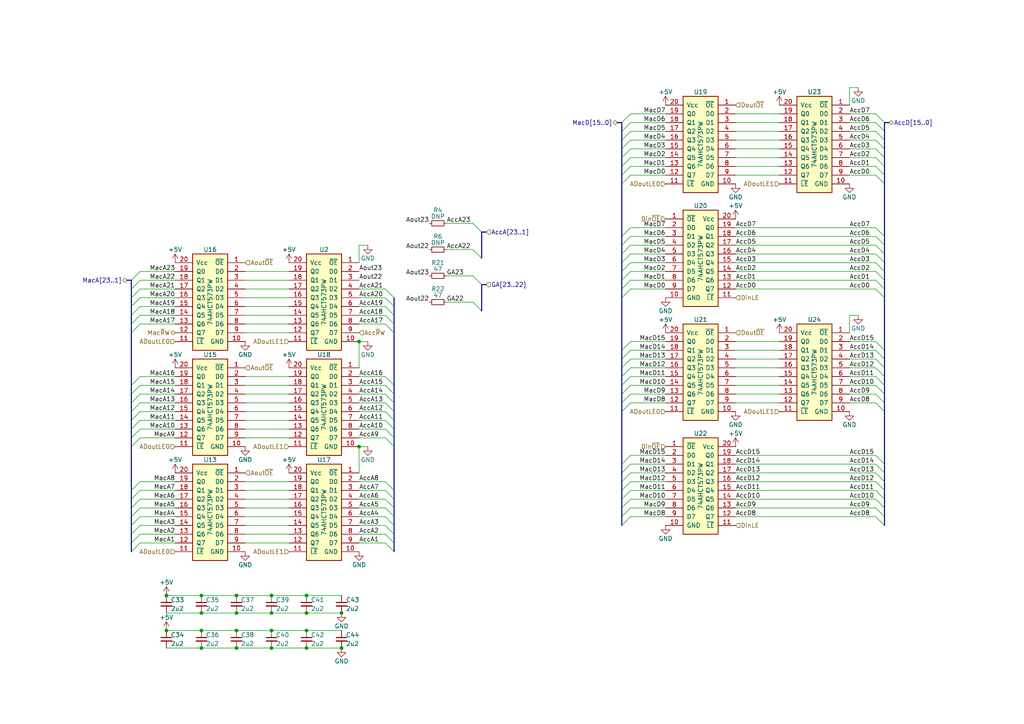
<source format=kicad_sch>
(kicad_sch (version 20230121) (generator eeschema)
  (paper "A4")
  (title_block (title "WarpSE (GW4410A)") (date "2024-04-23") (rev "1.0") (company "Garrett's Workshop"))
  (lib_symbols
    (symbol "Device:C_Small" (pin_numbers hide) (pin_names (offset 0.254) hide)
      (property "Reference" "C" (at 0.254 1.778 0))
      (property "Value" "C_Small" (at 0.254 -2.032 0))
      (symbol "C_Small_0_1"
        (polyline (pts (xy -1.524 -0.508) (xy 1.524 -0.508)) (stroke (width 0.3302)))
        (polyline (pts (xy -1.524 0.508) (xy 1.524 0.508)) (stroke (width 0.3048)))
      )
      (symbol "C_Small_1_1"
        (pin passive line (at 0 2.54 270) (length 2.032) (name "~") (number "1"))
        (pin passive line (at 0 -2.54 90) (length 2.032) (name "~") (number "2"))
      )
    )
    (symbol "Device:R_Small" (pin_numbers hide) (pin_names (offset 0.254) hide)
      (property "Reference" "R" (at 0.762 0.508 0))
      (property "Value" "R_Small" (at 0.762 -1.016 0))
      (symbol "R_Small_0_1"
        (rectangle (start -0.762 1.778) (end 0.762 -1.778) (stroke (width 0.2032)))
      )
      (symbol "R_Small_1_1"
        (pin passive line (at 0 2.54 270) (length 0.762) (name "~") (number "1"))
        (pin passive line (at 0 -2.54 90) (length 0.762) (name "~") (number "2"))
      )
    )
    (symbol "GW_Logic:74573" (pin_names (offset 1.016))
      (property "Reference" "U" (at 0 15.24 0))
      (property "Value" "74573" (at 0 -15.24 0))
      (symbol "74573_0_1"
        (rectangle (start -5.08 13.97) (end 5.08 -13.97) (stroke (width 0.254)) (fill (type background)))
      )
      (symbol "74573_1_1"
        (pin input line (at -10.16 11.43 0) (length 5.08) (name "~{OE}") (number "1"))
        (pin power_in line (at -10.16 -11.43 0) (length 5.08) (name "GND") (number "10"))
        (pin input line (at 10.16 -11.43 180) (length 5.08) (name "~{LE}") (number "11"))
        (pin tri_state line (at 10.16 -8.89 180) (length 5.08) (name "Q7") (number "12"))
        (pin tri_state line (at 10.16 -6.35 180) (length 5.08) (name "Q6") (number "13"))
        (pin tri_state line (at 10.16 -3.81 180) (length 5.08) (name "Q5") (number "14"))
        (pin tri_state line (at 10.16 -1.27 180) (length 5.08) (name "Q4") (number "15"))
        (pin tri_state line (at 10.16 1.27 180) (length 5.08) (name "Q3") (number "16"))
        (pin tri_state line (at 10.16 3.81 180) (length 5.08) (name "Q2") (number "17"))
        (pin tri_state line (at 10.16 6.35 180) (length 5.08) (name "Q1") (number "18"))
        (pin tri_state line (at 10.16 8.89 180) (length 5.08) (name "Q0") (number "19"))
        (pin input line (at -10.16 8.89 0) (length 5.08) (name "D0") (number "2"))
        (pin power_in line (at 10.16 11.43 180) (length 5.08) (name "Vcc") (number "20"))
        (pin input line (at -10.16 6.35 0) (length 5.08) (name "D1") (number "3"))
        (pin input line (at -10.16 3.81 0) (length 5.08) (name "D2") (number "4"))
        (pin input line (at -10.16 1.27 0) (length 5.08) (name "D3") (number "5"))
        (pin input line (at -10.16 -1.27 0) (length 5.08) (name "D4") (number "6"))
        (pin input line (at -10.16 -3.81 0) (length 5.08) (name "D5") (number "7"))
        (pin input line (at -10.16 -6.35 0) (length 5.08) (name "D6") (number "8"))
        (pin input line (at -10.16 -8.89 0) (length 5.08) (name "D7") (number "9"))
      )
    )
    (symbol "power:+5V" (power) (pin_names (offset 0))
      (property "Value" "+5V" (at 0 3.556 0))
      (symbol "+5V_0_1"
        (polyline (pts (xy -0.762 1.27) (xy 0 2.54)))
        (polyline (pts (xy 0 0) (xy 0 2.54)))
        (polyline (pts (xy 0 2.54) (xy 0.762 1.27)))
      )
      (symbol "+5V_1_1"
        (pin power_in line (at 0 0 90) (length 0) hide (name "+5V") (number "1"))
      )
    )
    (symbol "power:GND" (power) (pin_names (offset 0))
      (property "Value" "GND" (at 0 -3.81 0))
      (symbol "GND_0_1"
        (polyline (pts (xy 0 0) (xy 0 -1.27) (xy 1.27 -1.27) (xy 0 -2.54) (xy -1.27 -1.27) (xy 0 -1.27)))
      )
      (symbol "GND_1_1"
        (pin power_in line (at 0 0 270) (length 0) hide (name "GND") (number "1"))
      )
    )
  )
  (junction (at 58.42 182.88))
  (junction (at 78.74 187.96))
  (junction (at 78.74 182.88))
  (junction (at 104.14 129.54))
  (junction (at 78.74 177.8))
  (junction (at 68.58 172.72))
  (junction (at 68.58 187.96))
  (junction (at 99.06 177.8))
  (junction (at 88.9 182.88))
  (junction (at 104.14 99.06))
  (junction (at 48.26 182.88))
  (junction (at 88.9 187.96))
  (junction (at 58.42 177.8))
  (junction (at 99.06 187.96))
  (junction (at 68.58 182.88))
  (junction (at 68.58 177.8))
  (junction (at 58.42 187.96))
  (junction (at 88.9 172.72))
  (junction (at 58.42 172.72))
  (junction (at 48.26 172.72))
  (junction (at 78.74 172.72))
  (junction (at 88.9 177.8))
  (bus_entry (at 254 104.14) (size 2.54 2.54))
  (bus_entry (at 111.76 144.78) (size 2.54 2.54))
  (bus_entry (at 111.76 109.22) (size 2.54 2.54))
  (bus_entry (at 182.88 114.3) (size -2.54 2.54))
  (bus_entry (at 111.76 152.4) (size 2.54 2.54))
  (bus_entry (at 254 99.06) (size 2.54 2.54))
  (bus_entry (at 137.16 64.77) (size 2.54 2.54))
  (bus_entry (at 182.88 50.8) (size -2.54 2.54))
  (bus_entry (at 40.64 121.92) (size -2.54 2.54))
  (bus_entry (at 40.64 86.36) (size -2.54 2.54))
  (bus_entry (at 182.88 66.04) (size -2.54 2.54))
  (bus_entry (at 40.64 88.9) (size -2.54 2.54))
  (bus_entry (at 111.76 88.9) (size 2.54 2.54))
  (bus_entry (at 182.88 137.16) (size -2.54 2.54))
  (bus_entry (at 254 116.84) (size 2.54 2.54))
  (bus_entry (at 182.88 68.58) (size -2.54 2.54))
  (bus_entry (at 182.88 101.6) (size -2.54 2.54))
  (bus_entry (at 111.76 116.84) (size 2.54 2.54))
  (bus_entry (at 40.64 119.38) (size -2.54 2.54))
  (bus_entry (at 254 48.26) (size 2.54 2.54))
  (bus_entry (at 111.76 83.82) (size 2.54 2.54))
  (bus_entry (at 254 45.72) (size 2.54 2.54))
  (bus_entry (at 40.64 142.24) (size -2.54 2.54))
  (bus_entry (at 40.64 124.46) (size -2.54 2.54))
  (bus_entry (at 254 114.3) (size 2.54 2.54))
  (bus_entry (at 40.64 127) (size -2.54 2.54))
  (bus_entry (at 40.64 152.4) (size -2.54 2.54))
  (bus_entry (at 254 50.8) (size 2.54 2.54))
  (bus_entry (at 111.76 142.24) (size 2.54 2.54))
  (bus_entry (at 254 43.18) (size 2.54 2.54))
  (bus_entry (at 40.64 81.28) (size -2.54 2.54))
  (bus_entry (at 182.88 144.78) (size -2.54 2.54))
  (bus_entry (at 254 83.82) (size 2.54 2.54))
  (bus_entry (at 182.88 109.22) (size -2.54 2.54))
  (bus_entry (at 111.76 111.76) (size 2.54 2.54))
  (bus_entry (at 182.88 78.74) (size -2.54 2.54))
  (bus_entry (at 137.16 72.39) (size 2.54 2.54))
  (bus_entry (at 182.88 134.62) (size -2.54 2.54))
  (bus_entry (at 254 73.66) (size 2.54 2.54))
  (bus_entry (at 182.88 83.82) (size -2.54 2.54))
  (bus_entry (at 182.88 43.18) (size -2.54 2.54))
  (bus_entry (at 254 40.64) (size 2.54 2.54))
  (bus_entry (at 111.76 147.32) (size 2.54 2.54))
  (bus_entry (at 254 149.86) (size 2.54 2.54))
  (bus_entry (at 40.64 139.7) (size -2.54 2.54))
  (bus_entry (at 182.88 40.64) (size -2.54 2.54))
  (bus_entry (at 254 68.58) (size 2.54 2.54))
  (bus_entry (at 254 33.02) (size 2.54 2.54))
  (bus_entry (at 111.76 91.44) (size 2.54 2.54))
  (bus_entry (at 182.88 111.76) (size -2.54 2.54))
  (bus_entry (at 182.88 106.68) (size -2.54 2.54))
  (bus_entry (at 182.88 71.12) (size -2.54 2.54))
  (bus_entry (at 254 106.68) (size 2.54 2.54))
  (bus_entry (at 182.88 139.7) (size -2.54 2.54))
  (bus_entry (at 40.64 78.74) (size -2.54 2.54))
  (bus_entry (at 254 142.24) (size 2.54 2.54))
  (bus_entry (at 254 139.7) (size 2.54 2.54))
  (bus_entry (at 254 71.12) (size 2.54 2.54))
  (bus_entry (at 40.64 93.98) (size -2.54 2.54))
  (bus_entry (at 254 78.74) (size 2.54 2.54))
  (bus_entry (at 111.76 127) (size 2.54 2.54))
  (bus_entry (at 111.76 119.38) (size 2.54 2.54))
  (bus_entry (at 182.88 147.32) (size -2.54 2.54))
  (bus_entry (at 111.76 121.92) (size 2.54 2.54))
  (bus_entry (at 254 147.32) (size 2.54 2.54))
  (bus_entry (at 111.76 139.7) (size 2.54 2.54))
  (bus_entry (at 111.76 114.3) (size 2.54 2.54))
  (bus_entry (at 254 66.04) (size 2.54 2.54))
  (bus_entry (at 182.88 116.84) (size -2.54 2.54))
  (bus_entry (at 182.88 48.26) (size -2.54 2.54))
  (bus_entry (at 40.64 109.22) (size -2.54 2.54))
  (bus_entry (at 182.88 33.02) (size -2.54 2.54))
  (bus_entry (at 40.64 114.3) (size -2.54 2.54))
  (bus_entry (at 111.76 149.86) (size 2.54 2.54))
  (bus_entry (at 111.76 154.94) (size 2.54 2.54))
  (bus_entry (at 40.64 111.76) (size -2.54 2.54))
  (bus_entry (at 254 132.08) (size 2.54 2.54))
  (bus_entry (at 40.64 149.86) (size -2.54 2.54))
  (bus_entry (at 182.88 76.2) (size -2.54 2.54))
  (bus_entry (at 182.88 132.08) (size -2.54 2.54))
  (bus_entry (at 137.16 87.63) (size 2.54 2.54))
  (bus_entry (at 254 144.78) (size 2.54 2.54))
  (bus_entry (at 40.64 154.94) (size -2.54 2.54))
  (bus_entry (at 254 35.56) (size 2.54 2.54))
  (bus_entry (at 40.64 157.48) (size -2.54 2.54))
  (bus_entry (at 182.88 104.14) (size -2.54 2.54))
  (bus_entry (at 182.88 45.72) (size -2.54 2.54))
  (bus_entry (at 40.64 83.82) (size -2.54 2.54))
  (bus_entry (at 254 38.1) (size 2.54 2.54))
  (bus_entry (at 111.76 124.46) (size 2.54 2.54))
  (bus_entry (at 137.16 80.01) (size 2.54 2.54))
  (bus_entry (at 254 111.76) (size 2.54 2.54))
  (bus_entry (at 40.64 144.78) (size -2.54 2.54))
  (bus_entry (at 254 109.22) (size 2.54 2.54))
  (bus_entry (at 182.88 149.86) (size -2.54 2.54))
  (bus_entry (at 111.76 86.36) (size 2.54 2.54))
  (bus_entry (at 182.88 99.06) (size -2.54 2.54))
  (bus_entry (at 182.88 38.1) (size -2.54 2.54))
  (bus_entry (at 111.76 157.48) (size 2.54 2.54))
  (bus_entry (at 254 76.2) (size 2.54 2.54))
  (bus_entry (at 254 137.16) (size 2.54 2.54))
  (bus_entry (at 182.88 73.66) (size -2.54 2.54))
  (bus_entry (at 254 101.6) (size 2.54 2.54))
  (bus_entry (at 40.64 116.84) (size -2.54 2.54))
  (bus_entry (at 40.64 147.32) (size -2.54 2.54))
  (bus_entry (at 254 81.28) (size 2.54 2.54))
  (bus_entry (at 40.64 91.44) (size -2.54 2.54))
  (bus_entry (at 111.76 93.98) (size 2.54 2.54))
  (bus_entry (at 182.88 81.28) (size -2.54 2.54))
  (bus_entry (at 182.88 35.56) (size -2.54 2.54))
  (bus_entry (at 254 134.62) (size 2.54 2.54))
  (bus_entry (at 182.88 142.24) (size -2.54 2.54))
  (wire (pts (xy 246.38 38.1) (xy 254 38.1)))
  (wire (pts (xy 48.26 177.8) (xy 58.42 177.8)))
  (bus (pts (xy 256.54 109.22) (xy 256.54 111.76)))
  (wire (pts (xy 71.12 147.32) (xy 83.82 147.32)))
  (wire (pts (xy 182.88 71.12) (xy 193.04 71.12)))
  (wire (pts (xy 50.8 109.22) (xy 40.64 109.22)))
  (wire (pts (xy 71.12 83.82) (xy 83.82 83.82)))
  (wire (pts (xy 50.8 144.78) (xy 40.64 144.78)))
  (wire (pts (xy 88.9 182.88) (xy 99.06 182.88)))
  (wire (pts (xy 213.36 139.7) (xy 254 139.7)))
  (wire (pts (xy 50.8 78.74) (xy 40.64 78.74)))
  (bus (pts (xy 257.81 35.56) (xy 256.54 35.56)))
  (wire (pts (xy 50.8 83.82) (xy 40.64 83.82)))
  (wire (pts (xy 50.8 127) (xy 40.64 127)))
  (bus (pts (xy 256.54 50.8) (xy 256.54 53.34)))
  (bus (pts (xy 114.3 152.4) (xy 114.3 154.94)))
  (wire (pts (xy 104.14 129.54) (xy 106.68 129.54)))
  (wire (pts (xy 213.36 114.3) (xy 226.06 114.3)))
  (wire (pts (xy 213.36 104.14) (xy 226.06 104.14)))
  (wire (pts (xy 246.38 91.44) (xy 248.92 91.44)))
  (bus (pts (xy 38.1 152.4) (xy 38.1 154.94)))
  (bus (pts (xy 180.34 116.84) (xy 180.34 119.38)))
  (bus (pts (xy 180.34 43.18) (xy 180.34 45.72)))
  (wire (pts (xy 182.88 83.82) (xy 193.04 83.82)))
  (wire (pts (xy 50.8 149.86) (xy 40.64 149.86)))
  (wire (pts (xy 71.12 139.7) (xy 83.82 139.7)))
  (bus (pts (xy 256.54 86.36) (xy 256.54 101.6)))
  (wire (pts (xy 48.26 182.88) (xy 58.42 182.88)))
  (bus (pts (xy 139.7 90.17) (xy 139.7 82.55)))
  (bus (pts (xy 180.34 35.56) (xy 180.34 38.1)))
  (wire (pts (xy 71.12 109.22) (xy 83.82 109.22)))
  (bus (pts (xy 256.54 83.82) (xy 256.54 86.36)))
  (bus (pts (xy 256.54 53.34) (xy 256.54 68.58)))
  (wire (pts (xy 213.36 144.78) (xy 254 144.78)))
  (bus (pts (xy 180.34 38.1) (xy 180.34 40.64)))
  (wire (pts (xy 213.36 68.58) (xy 254 68.58)))
  (wire (pts (xy 182.88 38.1) (xy 193.04 38.1)))
  (wire (pts (xy 104.14 91.44) (xy 111.76 91.44)))
  (bus (pts (xy 38.1 119.38) (xy 38.1 121.92)))
  (wire (pts (xy 50.8 111.76) (xy 40.64 111.76)))
  (wire (pts (xy 71.12 121.92) (xy 83.82 121.92)))
  (wire (pts (xy 182.88 144.78) (xy 193.04 144.78)))
  (wire (pts (xy 50.8 91.44) (xy 40.64 91.44)))
  (wire (pts (xy 213.36 45.72) (xy 226.06 45.72)))
  (wire (pts (xy 71.12 119.38) (xy 83.82 119.38)))
  (wire (pts (xy 58.42 187.96) (xy 68.58 187.96)))
  (bus (pts (xy 38.1 83.82) (xy 38.1 86.36)))
  (bus (pts (xy 256.54 144.78) (xy 256.54 147.32)))
  (wire (pts (xy 246.38 111.76) (xy 254 111.76)))
  (bus (pts (xy 38.1 149.86) (xy 38.1 152.4)))
  (bus (pts (xy 114.3 149.86) (xy 114.3 152.4)))
  (bus (pts (xy 114.3 88.9) (xy 114.3 91.44)))
  (wire (pts (xy 48.26 172.72) (xy 58.42 172.72)))
  (wire (pts (xy 213.36 76.2) (xy 254 76.2)))
  (wire (pts (xy 71.12 152.4) (xy 83.82 152.4)))
  (wire (pts (xy 213.36 106.68) (xy 226.06 106.68)))
  (wire (pts (xy 50.8 86.36) (xy 40.64 86.36)))
  (bus (pts (xy 180.34 104.14) (xy 180.34 106.68)))
  (wire (pts (xy 104.14 147.32) (xy 111.76 147.32)))
  (wire (pts (xy 246.38 48.26) (xy 254 48.26)))
  (bus (pts (xy 179.07 35.56) (xy 180.34 35.56)))
  (bus (pts (xy 256.54 68.58) (xy 256.54 71.12)))
  (wire (pts (xy 78.74 172.72) (xy 88.9 172.72)))
  (bus (pts (xy 180.34 48.26) (xy 180.34 50.8)))
  (wire (pts (xy 129.54 80.01) (xy 137.16 80.01)))
  (wire (pts (xy 182.88 76.2) (xy 193.04 76.2)))
  (bus (pts (xy 256.54 137.16) (xy 256.54 139.7)))
  (wire (pts (xy 213.36 99.06) (xy 226.06 99.06)))
  (bus (pts (xy 114.3 96.52) (xy 114.3 111.76)))
  (wire (pts (xy 246.38 45.72) (xy 254 45.72)))
  (wire (pts (xy 104.14 152.4) (xy 111.76 152.4)))
  (bus (pts (xy 180.34 40.64) (xy 180.34 43.18)))
  (wire (pts (xy 182.88 50.8) (xy 193.04 50.8)))
  (wire (pts (xy 182.88 134.62) (xy 193.04 134.62)))
  (wire (pts (xy 129.54 72.39) (xy 137.16 72.39)))
  (wire (pts (xy 213.36 66.04) (xy 254 66.04)))
  (bus (pts (xy 180.34 144.78) (xy 180.34 147.32)))
  (wire (pts (xy 104.14 83.82) (xy 111.76 83.82)))
  (wire (pts (xy 71.12 78.74) (xy 83.82 78.74)))
  (bus (pts (xy 38.1 142.24) (xy 38.1 144.78)))
  (bus (pts (xy 180.34 76.2) (xy 180.34 78.74)))
  (wire (pts (xy 71.12 144.78) (xy 83.82 144.78)))
  (wire (pts (xy 50.8 139.7) (xy 40.64 139.7)))
  (wire (pts (xy 50.8 93.98) (xy 40.64 93.98)))
  (wire (pts (xy 213.36 43.18) (xy 226.06 43.18)))
  (bus (pts (xy 38.1 147.32) (xy 38.1 149.86)))
  (wire (pts (xy 213.36 38.1) (xy 226.06 38.1)))
  (wire (pts (xy 182.88 111.76) (xy 193.04 111.76)))
  (wire (pts (xy 213.36 81.28) (xy 254 81.28)))
  (bus (pts (xy 256.54 45.72) (xy 256.54 48.26)))
  (wire (pts (xy 71.12 93.98) (xy 83.82 93.98)))
  (wire (pts (xy 182.88 137.16) (xy 193.04 137.16)))
  (wire (pts (xy 50.8 114.3) (xy 40.64 114.3)))
  (bus (pts (xy 114.3 127) (xy 114.3 129.54)))
  (wire (pts (xy 104.14 93.98) (xy 111.76 93.98)))
  (bus (pts (xy 256.54 76.2) (xy 256.54 78.74)))
  (wire (pts (xy 213.36 48.26) (xy 226.06 48.26)))
  (bus (pts (xy 256.54 134.62) (xy 256.54 137.16)))
  (wire (pts (xy 104.14 86.36) (xy 111.76 86.36)))
  (bus (pts (xy 139.7 67.31) (xy 140.97 67.31)))
  (wire (pts (xy 104.14 116.84) (xy 111.76 116.84)))
  (bus (pts (xy 114.3 114.3) (xy 114.3 116.84)))
  (wire (pts (xy 213.36 78.74) (xy 254 78.74)))
  (wire (pts (xy 58.42 172.72) (xy 68.58 172.72)))
  (bus (pts (xy 114.3 142.24) (xy 114.3 144.78)))
  (wire (pts (xy 246.38 25.4) (xy 248.92 25.4)))
  (bus (pts (xy 180.34 114.3) (xy 180.34 116.84)))
  (wire (pts (xy 182.88 43.18) (xy 193.04 43.18)))
  (wire (pts (xy 246.38 99.06) (xy 254 99.06)))
  (bus (pts (xy 38.1 157.48) (xy 38.1 160.02)))
  (wire (pts (xy 104.14 157.48) (xy 111.76 157.48)))
  (wire (pts (xy 129.54 87.63) (xy 137.16 87.63)))
  (bus (pts (xy 114.3 121.92) (xy 114.3 124.46)))
  (bus (pts (xy 180.34 137.16) (xy 180.34 139.7)))
  (bus (pts (xy 139.7 74.93) (xy 139.7 67.31)))
  (bus (pts (xy 38.1 144.78) (xy 38.1 147.32)))
  (bus (pts (xy 38.1 154.94) (xy 38.1 157.48)))
  (wire (pts (xy 50.8 88.9) (xy 40.64 88.9)))
  (wire (pts (xy 104.14 129.54) (xy 104.14 137.16)))
  (wire (pts (xy 213.36 109.22) (xy 226.06 109.22)))
  (wire (pts (xy 246.38 109.22) (xy 254 109.22)))
  (bus (pts (xy 256.54 78.74) (xy 256.54 81.28)))
  (bus (pts (xy 180.34 139.7) (xy 180.34 142.24)))
  (bus (pts (xy 38.1 93.98) (xy 38.1 96.52)))
  (wire (pts (xy 58.42 182.88) (xy 68.58 182.88)))
  (bus (pts (xy 38.1 111.76) (xy 38.1 114.3)))
  (bus (pts (xy 180.34 106.68) (xy 180.34 109.22)))
  (wire (pts (xy 104.14 139.7) (xy 111.76 139.7)))
  (wire (pts (xy 88.9 177.8) (xy 99.06 177.8)))
  (bus (pts (xy 180.34 68.58) (xy 180.34 71.12)))
  (wire (pts (xy 213.36 142.24) (xy 254 142.24)))
  (wire (pts (xy 50.8 157.48) (xy 40.64 157.48)))
  (bus (pts (xy 256.54 119.38) (xy 256.54 134.62)))
  (bus (pts (xy 38.1 96.52) (xy 38.1 111.76)))
  (bus (pts (xy 114.3 147.32) (xy 114.3 149.86)))
  (wire (pts (xy 68.58 187.96) (xy 78.74 187.96)))
  (bus (pts (xy 256.54 139.7) (xy 256.54 142.24)))
  (bus (pts (xy 139.7 82.55) (xy 140.97 82.55)))
  (wire (pts (xy 71.12 142.24) (xy 83.82 142.24)))
  (wire (pts (xy 246.38 106.68) (xy 254 106.68)))
  (wire (pts (xy 104.14 119.38) (xy 111.76 119.38)))
  (bus (pts (xy 38.1 124.46) (xy 38.1 127)))
  (wire (pts (xy 71.12 114.3) (xy 83.82 114.3)))
  (wire (pts (xy 182.88 106.68) (xy 193.04 106.68)))
  (wire (pts (xy 246.38 33.02) (xy 254 33.02)))
  (wire (pts (xy 71.12 91.44) (xy 83.82 91.44)))
  (wire (pts (xy 50.8 142.24) (xy 40.64 142.24)))
  (bus (pts (xy 38.1 116.84) (xy 38.1 119.38)))
  (bus (pts (xy 256.54 35.56) (xy 256.54 38.1)))
  (bus (pts (xy 256.54 71.12) (xy 256.54 73.66)))
  (wire (pts (xy 50.8 121.92) (xy 40.64 121.92)))
  (bus (pts (xy 38.1 86.36) (xy 38.1 88.9)))
  (bus (pts (xy 114.3 86.36) (xy 114.3 88.9)))
  (bus (pts (xy 180.34 111.76) (xy 180.34 114.3)))
  (wire (pts (xy 182.88 142.24) (xy 193.04 142.24)))
  (wire (pts (xy 104.14 121.92) (xy 111.76 121.92)))
  (wire (pts (xy 104.14 149.86) (xy 111.76 149.86)))
  (wire (pts (xy 71.12 111.76) (xy 83.82 111.76)))
  (bus (pts (xy 256.54 106.68) (xy 256.54 109.22)))
  (wire (pts (xy 182.88 33.02) (xy 193.04 33.02)))
  (bus (pts (xy 114.3 119.38) (xy 114.3 121.92)))
  (bus (pts (xy 38.1 114.3) (xy 38.1 116.84)))
  (wire (pts (xy 213.36 50.8) (xy 226.06 50.8)))
  (bus (pts (xy 180.34 81.28) (xy 180.34 83.82)))
  (bus (pts (xy 256.54 73.66) (xy 256.54 76.2)))
  (wire (pts (xy 106.68 71.12) (xy 104.14 71.12)))
  (wire (pts (xy 182.88 114.3) (xy 193.04 114.3)))
  (wire (pts (xy 182.88 139.7) (xy 193.04 139.7)))
  (wire (pts (xy 71.12 81.28) (xy 83.82 81.28)))
  (wire (pts (xy 78.74 187.96) (xy 88.9 187.96)))
  (wire (pts (xy 213.36 33.02) (xy 226.06 33.02)))
  (wire (pts (xy 71.12 157.48) (xy 83.82 157.48)))
  (bus (pts (xy 180.34 119.38) (xy 180.34 134.62)))
  (bus (pts (xy 180.34 109.22) (xy 180.34 111.76)))
  (wire (pts (xy 182.88 48.26) (xy 193.04 48.26)))
  (bus (pts (xy 36.83 81.28) (xy 38.1 81.28)))
  (bus (pts (xy 256.54 114.3) (xy 256.54 116.84)))
  (wire (pts (xy 50.8 147.32) (xy 40.64 147.32)))
  (wire (pts (xy 71.12 86.36) (xy 83.82 86.36)))
  (wire (pts (xy 213.36 147.32) (xy 254 147.32)))
  (wire (pts (xy 213.36 116.84) (xy 226.06 116.84)))
  (wire (pts (xy 104.14 76.2) (xy 104.14 71.12)))
  (wire (pts (xy 50.8 116.84) (xy 40.64 116.84)))
  (bus (pts (xy 114.3 116.84) (xy 114.3 119.38)))
  (wire (pts (xy 182.88 68.58) (xy 193.04 68.58)))
  (wire (pts (xy 78.74 182.88) (xy 88.9 182.88)))
  (wire (pts (xy 213.36 132.08) (xy 254 132.08)))
  (wire (pts (xy 104.14 124.46) (xy 111.76 124.46)))
  (bus (pts (xy 180.34 142.24) (xy 180.34 144.78)))
  (wire (pts (xy 104.14 144.78) (xy 111.76 144.78)))
  (wire (pts (xy 104.14 142.24) (xy 111.76 142.24)))
  (wire (pts (xy 104.14 154.94) (xy 111.76 154.94)))
  (wire (pts (xy 246.38 50.8) (xy 254 50.8)))
  (bus (pts (xy 114.3 144.78) (xy 114.3 147.32)))
  (wire (pts (xy 213.36 137.16) (xy 254 137.16)))
  (bus (pts (xy 38.1 129.54) (xy 38.1 142.24)))
  (bus (pts (xy 114.3 111.76) (xy 114.3 114.3)))
  (wire (pts (xy 88.9 187.96) (xy 99.06 187.96)))
  (wire (pts (xy 104.14 106.68) (xy 104.14 99.06)))
  (wire (pts (xy 246.38 40.64) (xy 254 40.64)))
  (wire (pts (xy 182.88 109.22) (xy 193.04 109.22)))
  (wire (pts (xy 78.74 177.8) (xy 88.9 177.8)))
  (wire (pts (xy 213.36 35.56) (xy 226.06 35.56)))
  (wire (pts (xy 104.14 88.9) (xy 111.76 88.9)))
  (bus (pts (xy 180.34 149.86) (xy 180.34 152.4)))
  (wire (pts (xy 246.38 35.56) (xy 254 35.56)))
  (wire (pts (xy 50.8 119.38) (xy 40.64 119.38)))
  (wire (pts (xy 129.54 64.77) (xy 137.16 64.77)))
  (wire (pts (xy 182.88 99.06) (xy 193.04 99.06)))
  (wire (pts (xy 106.68 99.06) (xy 104.14 99.06)))
  (wire (pts (xy 71.12 149.86) (xy 83.82 149.86)))
  (bus (pts (xy 180.34 134.62) (xy 180.34 137.16)))
  (wire (pts (xy 71.12 96.52) (xy 83.82 96.52)))
  (wire (pts (xy 71.12 88.9) (xy 83.82 88.9)))
  (bus (pts (xy 38.1 81.28) (xy 38.1 83.82)))
  (wire (pts (xy 182.88 81.28) (xy 193.04 81.28)))
  (wire (pts (xy 246.38 116.84) (xy 254 116.84)))
  (bus (pts (xy 38.1 121.92) (xy 38.1 124.46)))
  (bus (pts (xy 180.34 73.66) (xy 180.34 76.2)))
  (bus (pts (xy 256.54 38.1) (xy 256.54 40.64)))
  (bus (pts (xy 256.54 111.76) (xy 256.54 114.3)))
  (bus (pts (xy 180.34 86.36) (xy 180.34 101.6)))
  (bus (pts (xy 180.34 53.34) (xy 180.34 68.58)))
  (wire (pts (xy 213.36 134.62) (xy 254 134.62)))
  (wire (pts (xy 182.88 35.56) (xy 193.04 35.56)))
  (bus (pts (xy 38.1 127) (xy 38.1 129.54)))
  (wire (pts (xy 182.88 147.32) (xy 193.04 147.32)))
  (wire (pts (xy 71.12 154.94) (xy 83.82 154.94)))
  (wire (pts (xy 50.8 154.94) (xy 40.64 154.94)))
  (bus (pts (xy 180.34 101.6) (xy 180.34 104.14)))
  (wire (pts (xy 182.88 149.86) (xy 193.04 149.86)))
  (bus (pts (xy 256.54 43.18) (xy 256.54 45.72)))
  (bus (pts (xy 180.34 45.72) (xy 180.34 48.26)))
  (bus (pts (xy 256.54 48.26) (xy 256.54 50.8)))
  (bus (pts (xy 256.54 104.14) (xy 256.54 106.68)))
  (wire (pts (xy 213.36 83.82) (xy 254 83.82)))
  (bus (pts (xy 256.54 40.64) (xy 256.54 43.18)))
  (wire (pts (xy 182.88 40.64) (xy 193.04 40.64)))
  (wire (pts (xy 213.36 101.6) (xy 226.06 101.6)))
  (wire (pts (xy 50.8 152.4) (xy 40.64 152.4)))
  (bus (pts (xy 256.54 149.86) (xy 256.54 152.4)))
  (bus (pts (xy 114.3 154.94) (xy 114.3 157.48)))
  (bus (pts (xy 180.34 50.8) (xy 180.34 53.34)))
  (wire (pts (xy 48.26 187.96) (xy 58.42 187.96)))
  (bus (pts (xy 114.3 129.54) (xy 114.3 142.24)))
  (wire (pts (xy 50.8 124.46) (xy 40.64 124.46)))
  (wire (pts (xy 213.36 111.76) (xy 226.06 111.76)))
  (bus (pts (xy 180.34 147.32) (xy 180.34 149.86)))
  (wire (pts (xy 68.58 182.88) (xy 78.74 182.88)))
  (wire (pts (xy 246.38 104.14) (xy 254 104.14)))
  (wire (pts (xy 182.88 104.14) (xy 193.04 104.14)))
  (wire (pts (xy 50.8 81.28) (xy 40.64 81.28)))
  (bus (pts (xy 180.34 83.82) (xy 180.34 86.36)))
  (wire (pts (xy 104.14 109.22) (xy 111.76 109.22)))
  (wire (pts (xy 182.88 78.74) (xy 193.04 78.74)))
  (wire (pts (xy 104.14 111.76) (xy 111.76 111.76)))
  (bus (pts (xy 256.54 81.28) (xy 256.54 83.82)))
  (bus (pts (xy 256.54 116.84) (xy 256.54 119.38)))
  (bus (pts (xy 114.3 124.46) (xy 114.3 127)))
  (wire (pts (xy 71.12 127) (xy 83.82 127)))
  (wire (pts (xy 182.88 45.72) (xy 193.04 45.72)))
  (wire (pts (xy 246.38 91.44) (xy 246.38 96.52)))
  (bus (pts (xy 180.34 78.74) (xy 180.34 81.28)))
  (wire (pts (xy 182.88 132.08) (xy 193.04 132.08)))
  (bus (pts (xy 256.54 101.6) (xy 256.54 104.14)))
  (wire (pts (xy 246.38 43.18) (xy 254 43.18)))
  (bus (pts (xy 256.54 142.24) (xy 256.54 144.78)))
  (bus (pts (xy 256.54 147.32) (xy 256.54 149.86)))
  (wire (pts (xy 71.12 116.84) (xy 83.82 116.84)))
  (wire (pts (xy 182.88 73.66) (xy 193.04 73.66)))
  (wire (pts (xy 58.42 177.8) (xy 68.58 177.8)))
  (bus (pts (xy 180.34 71.12) (xy 180.34 73.66)))
  (wire (pts (xy 71.12 124.46) (xy 83.82 124.46)))
  (wire (pts (xy 68.58 177.8) (xy 78.74 177.8)))
  (wire (pts (xy 213.36 71.12) (xy 254 71.12)))
  (wire (pts (xy 182.88 66.04) (xy 193.04 66.04)))
  (wire (pts (xy 88.9 172.72) (xy 99.06 172.72)))
  (bus (pts (xy 38.1 91.44) (xy 38.1 93.98)))
  (wire (pts (xy 246.38 25.4) (xy 246.38 30.48)))
  (bus (pts (xy 114.3 91.44) (xy 114.3 93.98)))
  (wire (pts (xy 213.36 73.66) (xy 254 73.66)))
  (wire (pts (xy 246.38 101.6) (xy 254 101.6)))
  (bus (pts (xy 114.3 93.98) (xy 114.3 96.52)))
  (wire (pts (xy 213.36 149.86) (xy 254 149.86)))
  (bus (pts (xy 114.3 157.48) (xy 114.3 160.02)))
  (wire (pts (xy 104.14 114.3) (xy 111.76 114.3)))
  (wire (pts (xy 182.88 116.84) (xy 193.04 116.84)))
  (wire (pts (xy 182.88 101.6) (xy 193.04 101.6)))
  (wire (pts (xy 213.36 40.64) (xy 226.06 40.64)))
  (wire (pts (xy 104.14 127) (xy 111.76 127)))
  (bus (pts (xy 38.1 88.9) (xy 38.1 91.44)))
  (wire (pts (xy 246.38 114.3) (xy 254 114.3)))
  (wire (pts (xy 68.58 172.72) (xy 78.74 172.72)))
  (label "AccA18" (at 104.14 91.44 0))
  (label "MacA18" (at 50.8 91.44 180))
  (label "MacD3" (at 193.04 76.2 180))
  (label "AccD13" (at 246.38 137.16 0))
  (label "AccD15" (at 213.36 132.08 0))
  (label "MacD14" (at 193.04 101.6 180))
  (label "AccA10" (at 104.14 124.46 0))
  (label "MacA13" (at 50.8 116.84 180))
  (label "MacA5" (at 50.8 147.32 180))
  (label "MacA21" (at 50.8 83.82 180))
  (label "AccD8" (at 246.38 149.86 0))
  (label "AccA14" (at 104.14 114.3 0))
  (label "AccD11" (at 246.38 142.24 0))
  (label "MacA1" (at 50.8 157.48 180))
  (label "AccD13" (at 213.36 137.16 0))
  (label "MacA17" (at 50.8 93.98 180))
  (label "MacA2" (at 50.8 154.94 180))
  (label "MacA12" (at 50.8 119.38 180))
  (label "MacD14" (at 193.04 134.62 180))
  (label "AccD13" (at 246.38 104.14 0))
  (label "AccD14" (at 246.38 134.62 0))
  (label "AccD4" (at 246.38 73.66 0))
  (label "AccD5" (at 246.38 71.12 0))
  (label "AccD10" (at 246.38 144.78 0))
  (label "AccD0" (at 213.36 83.82 0))
  (label "AccD7" (at 246.38 33.02 0))
  (label "AccD12" (at 246.38 139.7 0))
  (label "AccA4" (at 104.14 149.86 0))
  (label "MacD2" (at 193.04 78.74 180))
  (label "AccD0" (at 246.38 50.8 0))
  (label "MacA23" (at 50.8 78.74 180))
  (label "AccA16" (at 104.14 109.22 0))
  (label "MacD4" (at 193.04 40.64 180))
  (label "AccD9" (at 213.36 147.32 0))
  (label "MacA14" (at 50.8 114.3 180))
  (label "MacA16" (at 50.8 109.22 180))
  (label "AccD11" (at 246.38 109.22 0))
  (label "AccD6" (at 246.38 68.58 0))
  (label "MacD0" (at 193.04 83.82 180))
  (label "MacD15" (at 193.04 132.08 180))
  (label "MacA10" (at 50.8 124.46 180))
  (label "GA22" (at 129.54 87.63 0))
  (label "AccD1" (at 213.36 81.28 0))
  (label "MacD13" (at 193.04 104.14 180))
  (label "AccA8" (at 104.14 139.7 0))
  (label "AccA15" (at 104.14 111.76 0))
  (label "AccD9" (at 246.38 147.32 0))
  (label "MacD12" (at 193.04 106.68 180))
  (label "MacA11" (at 50.8 121.92 180))
  (label "AccA17" (at 104.14 93.98 0))
  (label "Aout23" (at 104.14 78.74 0))
  (label "AccD2" (at 246.38 78.74 0))
  (label "MacA15" (at 50.8 111.76 180))
  (label "AccA20" (at 104.14 86.36 0))
  (label "MacD5" (at 193.04 71.12 180))
  (label "MacD10" (at 193.04 111.76 180))
  (label "AccA23" (at 129.54 64.77 0))
  (label "MacD6" (at 193.04 35.56 180))
  (label "AccA19" (at 104.14 88.9 0))
  (label "AccA11" (at 104.14 121.92 0))
  (label "AccD8" (at 246.38 116.84 0))
  (label "MacD1" (at 193.04 48.26 180))
  (label "MacA3" (at 50.8 152.4 180))
  (label "MacD9" (at 193.04 114.3 180))
  (label "AccD7" (at 246.38 66.04 0))
  (label "AccD8" (at 213.36 149.86 0))
  (label "MacA22" (at 50.8 81.28 180))
  (label "MacD0" (at 193.04 50.8 180))
  (label "AccD7" (at 213.36 66.04 0))
  (label "AccD2" (at 213.36 78.74 0))
  (label "AccD3" (at 213.36 76.2 0))
  (label "MacD12" (at 193.04 139.7 180))
  (label "MacD11" (at 193.04 142.24 180))
  (label "AccD1" (at 246.38 81.28 0))
  (label "AccA5" (at 104.14 147.32 0))
  (label "AccD6" (at 213.36 68.58 0))
  (label "AccD4" (at 246.38 40.64 0))
  (label "MacD10" (at 193.04 144.78 180))
  (label "AccD3" (at 246.38 43.18 0))
  (label "AccD1" (at 246.38 48.26 0))
  (label "AccD5" (at 213.36 71.12 0))
  (label "AccD15" (at 246.38 99.06 0))
  (label "AccD2" (at 246.38 45.72 0))
  (label "AccD11" (at 213.36 142.24 0))
  (label "MacD8" (at 193.04 116.84 180))
  (label "AccD15" (at 246.38 132.08 0))
  (label "MacD7" (at 193.04 33.02 180))
  (label "Aout23" (at 124.46 80.01 180))
  (label "MacD5" (at 193.04 38.1 180))
  (label "AccA9" (at 104.14 127 0))
  (label "AccD4" (at 213.36 73.66 0))
  (label "AccD9" (at 246.38 114.3 0))
  (label "MacD13" (at 193.04 137.16 180))
  (label "AccA1" (at 104.14 157.48 0))
  (label "MacD4" (at 193.04 73.66 180))
  (label "AccA7" (at 104.14 142.24 0))
  (label "AccA2" (at 104.14 154.94 0))
  (label "AccA21" (at 104.14 83.82 0))
  (label "MacA4" (at 50.8 149.86 180))
  (label "AccD10" (at 213.36 144.78 0))
  (label "MacD2" (at 193.04 45.72 180))
  (label "MacD11" (at 193.04 109.22 180))
  (label "MacD9" (at 193.04 147.32 180))
  (label "AccD12" (at 213.36 139.7 0))
  (label "MacD8" (at 193.04 149.86 180))
  (label "Aout22" (at 104.14 81.28 0))
  (label "GA23" (at 129.54 80.01 0))
  (label "AccD3" (at 246.38 76.2 0))
  (label "AccD10" (at 246.38 111.76 0))
  (label "MacD3" (at 193.04 43.18 180))
  (label "MacA19" (at 50.8 88.9 180))
  (label "AccA12" (at 104.14 119.38 0))
  (label "AccD14" (at 213.36 134.62 0))
  (label "AccD6" (at 246.38 35.56 0))
  (label "MacA6" (at 50.8 144.78 180))
  (label "MacA8" (at 50.8 139.7 180))
  (label "MacD1" (at 193.04 81.28 180))
  (label "MacA9" (at 50.8 127 180))
  (label "AccA22" (at 129.54 72.39 0))
  (label "MacD6" (at 193.04 68.58 180))
  (label "MacA20" (at 50.8 86.36 180))
  (label "Aout23" (at 124.46 64.77 180))
  (label "MacA7" (at 50.8 142.24 180))
  (label "AccD14" (at 246.38 101.6 0))
  (label "AccD12" (at 246.38 106.68 0))
  (label "AccD5" (at 246.38 38.1 0))
  (label "MacD7" (at 193.04 66.04 180))
  (label "AccA6" (at 104.14 144.78 0))
  (label "AccD0" (at 246.38 83.82 0))
  (label "Aout22" (at 124.46 87.63 180))
  (label "AccA3" (at 104.14 152.4 0))
  (label "Aout22" (at 124.46 72.39 180))
  (label "MacD15" (at 193.04 99.06 180))
  (label "AccA13" (at 104.14 116.84 0))
  (hierarchical_label "ADoutLE0" (shape input) (at 50.8 160.02 180))
  (hierarchical_label "ADoutLE1" (shape input) (at 83.82 160.02 180))
  (hierarchical_label "ADoutLE0" (shape input) (at 50.8 129.54 180))
  (hierarchical_label "AccA[23..1]" (shape input) (at 140.97 67.31 0))
  (hierarchical_label "ADoutLE0" (shape input) (at 193.04 119.38 180))
  (hierarchical_label "Mac~{R}W" (shape tri_state) (at 50.8 96.52 180))
  (hierarchical_label "ADoutLE1" (shape input) (at 83.82 99.06 180))
  (hierarchical_label "GA[23..22]" (shape input) (at 140.97 82.55 0))
  (hierarchical_label "Dout~{OE}" (shape input) (at 213.36 30.48 0))
  (hierarchical_label "ADoutLE1" (shape input) (at 226.06 119.38 180))
  (hierarchical_label "Din~{OE}" (shape input) (at 193.04 63.5 180))
  (hierarchical_label "DinLE" (shape input) (at 213.36 152.4 0))
  (hierarchical_label "Aout~{OE}" (shape input) (at 71.12 76.2 0))
  (hierarchical_label "Acc~{R}W" (shape input) (at 104.14 96.52 0))
  (hierarchical_label "ADoutLE0" (shape input) (at 50.8 99.06 180))
  (hierarchical_label "Aout~{OE}" (shape input) (at 71.12 106.68 0))
  (hierarchical_label "Aout~{OE}" (shape input) (at 71.12 137.16 0))
  (hierarchical_label "MacD[15..0]" (shape bidirectional) (at 179.07 35.56 180))
  (hierarchical_label "Din~{OE}" (shape input) (at 193.04 129.54 180))
  (hierarchical_label "MacA[23..1]" (shape tri_state) (at 36.83 81.28 180))
  (hierarchical_label "Dout~{OE}" (shape input) (at 213.36 96.52 0))
  (hierarchical_label "ADoutLE0" (shape input) (at 193.04 53.34 180))
  (hierarchical_label "DinLE" (shape input) (at 213.36 86.36 0))
  (hierarchical_label "ADoutLE1" (shape input) (at 83.82 129.54 180))
  (hierarchical_label "ADoutLE1" (shape input) (at 226.06 53.34 180))
  (hierarchical_label "AccD[15..0]" (shape bidirectional) (at 257.81 35.56 0))
  (symbol (lib_id "GW_Logic:74573") (at 60.96 148.59 0) (mirror y) (unit 1)
    (property "Reference" "U13" (at 60.96 133.35 0))
    (property "Value" "74AHCT573PW" (at 60.96 148.59 90))
    (property "Footprint" "stdpads:TSSOP-20_4.4x6.5mm_P0.65mm" (effects hide))
    (property "LCSC Part" "C141311" (effects hide))
  )
  (symbol (lib_id "GW_Logic:74573") (at 60.96 118.11 0) (mirror y) (unit 1)
    (property "Reference" "U15" (at 60.96 102.87 0))
    (property "Value" "74AHCT573PW" (at 60.96 118.11 90))
    (property "Footprint" "stdpads:TSSOP-20_4.4x6.5mm_P0.65mm" (effects hide))
    (property "LCSC Part" "C141311" (effects hide))
  )
  (symbol (lib_id "power:GND") (at 71.12 160.02 0) (unit 1)
    (property "Reference" "#PWR0166" (effects hide))
    (property "Value" "GND" (at 71.12 163.83 0))
  )
  (symbol (lib_id "power:GND") (at 71.12 129.54 0) (unit 1)
    (property "Reference" "#PWR0167" (effects hide))
    (property "Value" "GND" (at 71.12 133.35 0))
  )
  (symbol (lib_id "GW_Logic:74573") (at 203.2 41.91 0) (mirror y) (unit 1)
    (property "Reference" "U19" (at 203.2 26.67 0))
    (property "Value" "74AHCT573PW" (at 203.2 41.91 90))
    (property "Footprint" "stdpads:TSSOP-20_4.4x6.5mm_P0.65mm" (effects hide))
    (property "LCSC Part" "C141311" (effects hide))
  )
  (symbol (lib_id "GW_Logic:74573") (at 203.2 74.93 0) (unit 1)
    (property "Reference" "U20" (at 203.2 59.69 0))
    (property "Value" "74AHCT573PW" (at 203.2 74.93 90))
    (property "Footprint" "stdpads:TSSOP-20_4.4x6.5mm_P0.65mm" (effects hide))
    (property "LCSC Part" "C141311" (effects hide))
  )
  (symbol (lib_id "power:GND") (at 193.04 86.36 0) (mirror y) (unit 1)
    (property "Reference" "#PWR0169" (effects hide))
    (property "Value" "GND" (at 193.04 90.17 0))
  )
  (symbol (lib_id "power:GND") (at 213.36 53.34 0) (unit 1)
    (property "Reference" "#PWR0168" (effects hide))
    (property "Value" "GND" (at 213.36 57.15 0))
  )
  (symbol (lib_id "GW_Logic:74573") (at 203.2 107.95 0) (mirror y) (unit 1)
    (property "Reference" "U21" (at 203.2 92.71 0))
    (property "Value" "74AHCT573PW" (at 203.2 107.95 90))
    (property "Footprint" "stdpads:TSSOP-20_4.4x6.5mm_P0.65mm" (effects hide))
    (property "LCSC Part" "C141311" (effects hide))
  )
  (symbol (lib_id "power:GND") (at 213.36 119.38 0) (unit 1)
    (property "Reference" "#PWR0181" (effects hide))
    (property "Value" "GND" (at 213.36 123.19 0))
  )
  (symbol (lib_id "GW_Logic:74573") (at 203.2 140.97 0) (unit 1)
    (property "Reference" "U22" (at 203.2 125.73 0))
    (property "Value" "74AHCT573PW" (at 203.2 140.97 90))
    (property "Footprint" "stdpads:TSSOP-20_4.4x6.5mm_P0.65mm" (effects hide))
    (property "LCSC Part" "C141311" (effects hide))
  )
  (symbol (lib_id "power:GND") (at 193.04 152.4 0) (mirror y) (unit 1)
    (property "Reference" "#PWR0170" (effects hide))
    (property "Value" "GND" (at 193.04 156.21 0))
  )
  (symbol (lib_id "GW_Logic:74573") (at 60.96 87.63 0) (mirror y) (unit 1)
    (property "Reference" "U16" (at 60.96 72.39 0))
    (property "Value" "74AHCT573PW" (at 60.96 87.63 90))
    (property "Footprint" "stdpads:TSSOP-20_4.4x6.5mm_P0.65mm" (effects hide))
    (property "LCSC Part" "C141311" (effects hide))
  )
  (symbol (lib_id "power:GND") (at 71.12 99.06 0) (unit 1)
    (property "Reference" "#PWR0171" (effects hide))
    (property "Value" "GND" (at 71.12 102.87 0))
  )
  (symbol (lib_id "GW_Logic:74573") (at 93.98 87.63 0) (mirror y) (unit 1)
    (property "Reference" "U2" (at 93.98 72.39 0))
    (property "Value" "74AHCT573PW" (at 93.98 87.63 90))
    (property "Footprint" "stdpads:TSSOP-20_4.4x6.5mm_P0.65mm" (effects hide))
    (property "LCSC Part" "C141311" (effects hide))
  )
  (symbol (lib_id "power:GND") (at 106.68 99.06 0) (unit 1)
    (property "Reference" "#PWR0106" (effects hide))
    (property "Value" "GND" (at 106.68 102.87 0))
  )
  (symbol (lib_id "power:+5V") (at 83.82 76.2 0) (unit 1)
    (property "Reference" "#PWR0107" (effects hide))
    (property "Value" "+5V" (at 83.82 72.39 0))
  )
  (symbol (lib_id "Device:C_Small") (at 58.42 185.42 0) (unit 1)
    (property "Reference" "C36" (at 59.69 184.15 0) (effects (justify left)))
    (property "Value" "2u2" (at 59.69 186.69 0) (effects (justify left)))
    (property "Footprint" "stdpads:C_0603" (effects hide))
    (property "LCSC Part" "C23630" (effects hide))
  )
  (symbol (lib_id "Device:C_Small") (at 68.58 185.42 0) (unit 1)
    (property "Reference" "C38" (at 69.85 184.15 0) (effects (justify left)))
    (property "Value" "2u2" (at 69.85 186.69 0) (effects (justify left)))
    (property "Footprint" "stdpads:C_0603" (effects hide))
    (property "LCSC Part" "C23630" (effects hide))
  )
  (symbol (lib_id "Device:C_Small") (at 78.74 185.42 0) (unit 1)
    (property "Reference" "C40" (at 80.01 184.15 0) (effects (justify left)))
    (property "Value" "2u2" (at 80.01 186.69 0) (effects (justify left)))
    (property "Footprint" "stdpads:C_0603" (effects hide))
    (property "LCSC Part" "C23630" (effects hide))
  )
  (symbol (lib_id "Device:C_Small") (at 48.26 185.42 0) (unit 1)
    (property "Reference" "C34" (at 49.53 184.15 0) (effects (justify left)))
    (property "Value" "2u2" (at 49.53 186.69 0) (effects (justify left)))
    (property "Footprint" "stdpads:C_0603" (effects hide))
    (property "LCSC Part" "C23630" (effects hide))
  )
  (symbol (lib_id "Device:C_Small") (at 99.06 185.42 0) (unit 1)
    (property "Reference" "C44" (at 100.33 184.15 0) (effects (justify left)))
    (property "Value" "2u2" (at 100.33 186.69 0) (effects (justify left)))
    (property "Footprint" "stdpads:C_0603" (effects hide))
    (property "LCSC Part" "C23630" (effects hide))
  )
  (symbol (lib_id "Device:C_Small") (at 88.9 185.42 0) (unit 1)
    (property "Reference" "C42" (at 90.17 184.15 0) (effects (justify left)))
    (property "Value" "2u2" (at 90.17 186.69 0) (effects (justify left)))
    (property "Footprint" "stdpads:C_0603" (effects hide))
    (property "LCSC Part" "C23630" (effects hide))
  )
  (symbol (lib_id "power:GND") (at 99.06 187.96 0) (mirror y) (unit 1)
    (property "Reference" "#PWR0173" (effects hide))
    (property "Value" "GND" (at 99.06 191.77 0))
  )
  (symbol (lib_id "power:+5V") (at 50.8 137.16 0) (unit 1)
    (property "Reference" "#PWR0174" (effects hide))
    (property "Value" "+5V" (at 50.8 133.35 0))
  )
  (symbol (lib_id "power:+5V") (at 50.8 106.68 0) (unit 1)
    (property "Reference" "#PWR0175" (effects hide))
    (property "Value" "+5V" (at 50.8 102.87 0))
  )
  (symbol (lib_id "power:+5V") (at 50.8 76.2 0) (unit 1)
    (property "Reference" "#PWR0176" (effects hide))
    (property "Value" "+5V" (at 50.8 72.39 0))
  )
  (symbol (lib_id "power:+5V") (at 213.36 129.54 0) (unit 1)
    (property "Reference" "#PWR0177" (effects hide))
    (property "Value" "+5V" (at 213.36 125.73 0))
  )
  (symbol (lib_id "GW_Logic:74573") (at 93.98 148.59 0) (mirror y) (unit 1)
    (property "Reference" "U17" (at 93.98 133.35 0))
    (property "Value" "74AHCT573PW" (at 93.98 148.59 90))
    (property "Footprint" "stdpads:TSSOP-20_4.4x6.5mm_P0.65mm" (effects hide))
    (property "LCSC Part" "C141311" (effects hide))
  )
  (symbol (lib_id "GW_Logic:74573") (at 93.98 118.11 0) (mirror y) (unit 1)
    (property "Reference" "U18" (at 93.98 102.87 0))
    (property "Value" "74AHCT573PW" (at 93.98 118.11 90))
    (property "Footprint" "stdpads:TSSOP-20_4.4x6.5mm_P0.65mm" (effects hide))
    (property "LCSC Part" "C141311" (effects hide))
  )
  (symbol (lib_id "power:+5V") (at 193.04 96.52 0) (unit 1)
    (property "Reference" "#PWR0178" (effects hide))
    (property "Value" "+5V" (at 193.04 92.71 0))
  )
  (symbol (lib_id "power:+5V") (at 83.82 106.68 0) (unit 1)
    (property "Reference" "#PWR0182" (effects hide))
    (property "Value" "+5V" (at 83.82 102.87 0))
  )
  (symbol (lib_id "power:+5V") (at 83.82 137.16 0) (unit 1)
    (property "Reference" "#PWR0183" (effects hide))
    (property "Value" "+5V" (at 83.82 133.35 0))
  )
  (symbol (lib_id "power:GND") (at 104.14 160.02 0) (unit 1)
    (property "Reference" "#PWR0184" (effects hide))
    (property "Value" "GND" (at 104.14 163.83 0))
  )
  (symbol (lib_id "power:+5V") (at 213.36 63.5 0) (unit 1)
    (property "Reference" "#PWR0179" (effects hide))
    (property "Value" "+5V" (at 213.36 59.69 0))
  )
  (symbol (lib_id "power:+5V") (at 193.04 30.48 0) (unit 1)
    (property "Reference" "#PWR0180" (effects hide))
    (property "Value" "+5V" (at 193.04 26.67 0))
  )
  (symbol (lib_id "power:GND") (at 106.68 129.54 0) (unit 1)
    (property "Reference" "#PWR0186" (effects hide))
    (property "Value" "GND" (at 106.68 133.35 0))
  )
  (symbol (lib_id "power:GND") (at 106.68 71.12 0) (unit 1)
    (property "Reference" "#PWR0108" (effects hide))
    (property "Value" "GND" (at 106.68 74.93 0))
  )
  (symbol (lib_id "GW_Logic:74573") (at 236.22 107.95 0) (mirror y) (unit 1)
    (property "Reference" "U24" (at 236.22 92.71 0))
    (property "Value" "74AHCT573PW" (at 236.22 107.95 90))
    (property "Footprint" "stdpads:TSSOP-20_4.4x6.5mm_P0.65mm" (effects hide))
    (property "LCSC Part" "C141311" (effects hide))
  )
  (symbol (lib_id "GW_Logic:74573") (at 236.22 41.91 0) (mirror y) (unit 1)
    (property "Reference" "U23" (at 236.22 26.67 0))
    (property "Value" "74AHCT573PW" (at 236.22 41.91 90))
    (property "Footprint" "stdpads:TSSOP-20_4.4x6.5mm_P0.65mm" (effects hide))
    (property "LCSC Part" "C141311" (effects hide))
  )
  (symbol (lib_id "power:+5V") (at 226.06 96.52 0) (unit 1)
    (property "Reference" "#PWR0187" (effects hide))
    (property "Value" "+5V" (at 226.06 92.71 0))
  )
  (symbol (lib_id "power:+5V") (at 226.06 30.48 0) (unit 1)
    (property "Reference" "#PWR0188" (effects hide))
    (property "Value" "+5V" (at 226.06 26.67 0))
  )
  (symbol (lib_id "power:GND") (at 248.92 25.4 0) (unit 1)
    (property "Reference" "#PWR0189" (effects hide))
    (property "Value" "GND" (at 248.92 29.21 0))
  )
  (symbol (lib_id "power:GND") (at 248.92 91.44 0) (unit 1)
    (property "Reference" "#PWR0190" (effects hide))
    (property "Value" "GND" (at 248.92 95.25 0))
  )
  (symbol (lib_id "power:GND") (at 246.38 53.34 0) (unit 1)
    (property "Reference" "#PWR0191" (effects hide))
    (property "Value" "GND" (at 246.38 57.15 0))
  )
  (symbol (lib_id "power:GND") (at 246.38 119.38 0) (unit 1)
    (property "Reference" "#PWR0192" (effects hide))
    (property "Value" "GND" (at 246.38 123.19 0))
  )
  (symbol (lib_id "power:+5V") (at 48.26 172.72 0) (unit 1)
    (property "Reference" "#PWR0124" (effects hide))
    (property "Value" "+5V" (at 48.26 168.91 0))
  )
  (symbol (lib_id "power:+5V") (at 48.26 182.88 0) (unit 1)
    (property "Reference" "#PWR0125" (effects hide))
    (property "Value" "+5V" (at 48.26 179.07 0))
  )
  (symbol (lib_id "Device:C_Small") (at 58.42 175.26 0) (unit 1)
    (property "Reference" "C35" (at 59.69 173.99 0) (effects (justify left)))
    (property "Value" "2u2" (at 59.69 176.53 0) (effects (justify left)))
    (property "Footprint" "stdpads:C_0603" (effects hide))
    (property "LCSC Part" "C23630" (effects hide))
  )
  (symbol (lib_id "Device:C_Small") (at 68.58 175.26 0) (unit 1)
    (property "Reference" "C37" (at 69.85 173.99 0) (effects (justify left)))
    (property "Value" "2u2" (at 69.85 176.53 0) (effects (justify left)))
    (property "Footprint" "stdpads:C_0603" (effects hide))
    (property "LCSC Part" "C23630" (effects hide))
  )
  (symbol (lib_id "Device:C_Small") (at 78.74 175.26 0) (unit 1)
    (property "Reference" "C39" (at 80.01 173.99 0) (effects (justify left)))
    (property "Value" "2u2" (at 80.01 176.53 0) (effects (justify left)))
    (property "Footprint" "stdpads:C_0603" (effects hide))
    (property "LCSC Part" "C23630" (effects hide))
  )
  (symbol (lib_id "Device:C_Small") (at 48.26 175.26 0) (unit 1)
    (property "Reference" "C33" (at 49.53 173.99 0) (effects (justify left)))
    (property "Value" "2u2" (at 49.53 176.53 0) (effects (justify left)))
    (property "Footprint" "stdpads:C_0603" (effects hide))
    (property "LCSC Part" "C23630" (effects hide))
  )
  (symbol (lib_id "Device:C_Small") (at 99.06 175.26 0) (unit 1)
    (property "Reference" "C43" (at 100.33 173.99 0) (effects (justify left)))
    (property "Value" "2u2" (at 100.33 176.53 0) (effects (justify left)))
    (property "Footprint" "stdpads:C_0603" (effects hide))
    (property "LCSC Part" "C23630" (effects hide))
  )
  (symbol (lib_id "Device:C_Small") (at 88.9 175.26 0) (unit 1)
    (property "Reference" "C41" (at 90.17 173.99 0) (effects (justify left)))
    (property "Value" "2u2" (at 90.17 176.53 0) (effects (justify left)))
    (property "Footprint" "stdpads:C_0603" (effects hide))
    (property "LCSC Part" "C23630" (effects hide))
  )
  (symbol (lib_id "power:GND") (at 99.06 177.8 0) (mirror y) (unit 1)
    (property "Reference" "#PWR0194" (effects hide))
    (property "Value" "GND" (at 99.06 181.61 0))
  )
  (symbol (lib_id "Device:R_Small") (at 127 72.39 270) (unit 1)
    (property "Reference" "R6" (at 127 68.58 90))
    (property "Value" "DNP" (at 127 71.12 90) (effects (justify bottom)))
    (property "Footprint" "stdpads:R_0603" (effects hide))
  )
  (symbol (lib_id "Device:R_Small") (at 127 87.63 270) (unit 1)
    (property "Reference" "R22" (at 127 83.82 90))
    (property "Value" "47" (at 127 86.36 90) (effects (justify bottom)))
    (property "Footprint" "stdpads:R_0603" (effects hide))
    (property "LCSC Part" "C23182" (effects hide))
  )
  (symbol (lib_id "Device:R_Small") (at 127 64.77 270) (unit 1)
    (property "Reference" "R4" (at 127 60.96 90))
    (property "Value" "DNP" (at 127 63.5 90) (effects (justify bottom)))
    (property "Footprint" "stdpads:R_0603" (effects hide))
  )
  (symbol (lib_id "Device:R_Small") (at 127 80.01 270) (unit 1)
    (property "Reference" "R21" (at 127 76.2 90))
    (property "Value" "47" (at 127 78.74 90) (effects (justify bottom)))
    (property "Footprint" "stdpads:R_0603" (effects hide))
    (property "LCSC Part" "C23182" (effects hide))
  )
)
</source>
